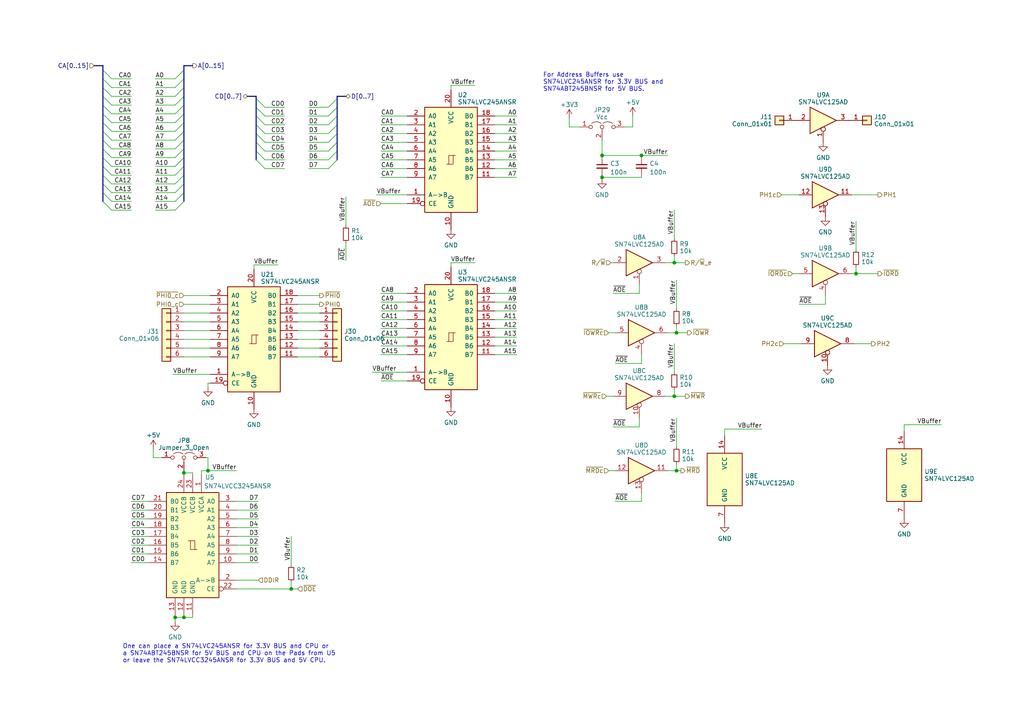
<source format=kicad_sch>
(kicad_sch (version 20230121) (generator eeschema)
  (paper "A4")
  (lib_symbols
    (symbol "74xx:74LS125" (pin_names (offset 1.016))
      (property "Reference" "U" (at 0 1.27 0))
      (property "Value" "74LS125" (at 0 -1.27 0))
      (symbol "74LS125_1_0"
        (polyline (pts (xy -3.81 3.81) (xy -3.81 -3.81) (xy 3.81 0) (xy -3.81 3.81)) (stroke (width 0.254)) (fill (type background)))
        (pin input inverted (at 0 -6.35 90) (length 4.445) (name "~") (number "1"))
        (pin input line (at -7.62 0 0) (length 3.81) (name "~") (number "2"))
        (pin tri_state line (at 7.62 0 180) (length 3.81) (name "~") (number "3"))
      )
      (symbol "74LS125_2_0"
        (polyline (pts (xy -3.81 3.81) (xy -3.81 -3.81) (xy 3.81 0) (xy -3.81 3.81)) (stroke (width 0.254)) (fill (type background)))
        (pin input inverted (at 0 -6.35 90) (length 4.445) (name "~") (number "4"))
        (pin input line (at -7.62 0 0) (length 3.81) (name "~") (number "5"))
        (pin tri_state line (at 7.62 0 180) (length 3.81) (name "~") (number "6"))
      )
      (symbol "74LS125_3_0"
        (polyline (pts (xy -3.81 3.81) (xy -3.81 -3.81) (xy 3.81 0) (xy -3.81 3.81)) (stroke (width 0.254)) (fill (type background)))
        (pin input inverted (at 0 -6.35 90) (length 4.445) (name "~") (number "10"))
        (pin tri_state line (at 7.62 0 180) (length 3.81) (name "~") (number "8"))
        (pin input line (at -7.62 0 0) (length 3.81) (name "~") (number "9"))
      )
      (symbol "74LS125_4_0"
        (polyline (pts (xy -3.81 3.81) (xy -3.81 -3.81) (xy 3.81 0) (xy -3.81 3.81)) (stroke (width 0.254)) (fill (type background)))
        (pin tri_state line (at 7.62 0 180) (length 3.81) (name "~") (number "11"))
        (pin input line (at -7.62 0 0) (length 3.81) (name "~") (number "12"))
        (pin input inverted (at 0 -6.35 90) (length 4.445) (name "~") (number "13"))
      )
      (symbol "74LS125_5_0"
        (pin power_in line (at 0 12.7 270) (length 5.08) (name "VCC") (number "14"))
        (pin power_in line (at 0 -12.7 90) (length 5.08) (name "GND") (number "7"))
      )
      (symbol "74LS125_5_1"
        (rectangle (start -5.08 7.62) (end 5.08 -7.62) (stroke (width 0.254)) (fill (type background)))
      )
    )
    (symbol "74xx:74LS245" (pin_names (offset 1.016))
      (property "Reference" "U" (at -7.62 16.51 0))
      (property "Value" "74LS245" (at -7.62 -16.51 0))
      (symbol "74LS245_1_0"
        (polyline (pts (xy -0.635 -1.27) (xy -0.635 1.27) (xy 0.635 1.27)))
        (polyline (pts (xy -1.27 -1.27) (xy 0.635 -1.27) (xy 0.635 1.27) (xy 1.27 1.27)))
        (pin input line (at -12.7 -10.16 0) (length 5.08) (name "A->B") (number "1"))
        (pin power_in line (at 0 -20.32 90) (length 5.08) (name "GND") (number "10"))
        (pin tri_state line (at 12.7 -5.08 180) (length 5.08) (name "B7") (number "11"))
        (pin tri_state line (at 12.7 -2.54 180) (length 5.08) (name "B6") (number "12"))
        (pin tri_state line (at 12.7 0 180) (length 5.08) (name "B5") (number "13"))
        (pin tri_state line (at 12.7 2.54 180) (length 5.08) (name "B4") (number "14"))
        (pin tri_state line (at 12.7 5.08 180) (length 5.08) (name "B3") (number "15"))
        (pin tri_state line (at 12.7 7.62 180) (length 5.08) (name "B2") (number "16"))
        (pin tri_state line (at 12.7 10.16 180) (length 5.08) (name "B1") (number "17"))
        (pin tri_state line (at 12.7 12.7 180) (length 5.08) (name "B0") (number "18"))
        (pin input inverted (at -12.7 -12.7 0) (length 5.08) (name "CE") (number "19"))
        (pin tri_state line (at -12.7 12.7 0) (length 5.08) (name "A0") (number "2"))
        (pin power_in line (at 0 20.32 270) (length 5.08) (name "VCC") (number "20"))
        (pin tri_state line (at -12.7 10.16 0) (length 5.08) (name "A1") (number "3"))
        (pin tri_state line (at -12.7 7.62 0) (length 5.08) (name "A2") (number "4"))
        (pin tri_state line (at -12.7 5.08 0) (length 5.08) (name "A3") (number "5"))
        (pin tri_state line (at -12.7 2.54 0) (length 5.08) (name "A4") (number "6"))
        (pin tri_state line (at -12.7 0 0) (length 5.08) (name "A5") (number "7"))
        (pin tri_state line (at -12.7 -2.54 0) (length 5.08) (name "A6") (number "8"))
        (pin tri_state line (at -12.7 -5.08 0) (length 5.08) (name "A7") (number "9"))
      )
      (symbol "74LS245_1_1"
        (rectangle (start -7.62 15.24) (end 7.62 -15.24) (stroke (width 0.254)) (fill (type background)))
      )
    )
    (symbol "Connector_Generic:Conn_01x01" (pin_names (offset 1.016) hide)
      (property "Reference" "J" (at 0 2.54 0))
      (property "Value" "Conn_01x01" (at 0 -2.54 0))
      (symbol "Conn_01x01_1_1"
        (rectangle (start -1.27 0.127) (end 0 -0.127) (stroke (width 0.1524)))
        (rectangle (start -1.27 1.27) (end 1.27 -1.27) (stroke (width 0.254)) (fill (type background)))
        (pin passive line (at -5.08 0 0) (length 3.81) (name "Pin_1") (number "1"))
      )
    )
    (symbol "Connector_Generic:Conn_01x06" (pin_names (offset 1.016) hide)
      (property "Reference" "J" (at 0 7.62 0))
      (property "Value" "Conn_01x06" (at 0 -10.16 0))
      (symbol "Conn_01x06_1_1"
        (rectangle (start -1.27 -7.493) (end 0 -7.747) (stroke (width 0.1524)))
        (rectangle (start -1.27 -4.953) (end 0 -5.207) (stroke (width 0.1524)))
        (rectangle (start -1.27 -2.413) (end 0 -2.667) (stroke (width 0.1524)))
        (rectangle (start -1.27 0.127) (end 0 -0.127) (stroke (width 0.1524)))
        (rectangle (start -1.27 2.667) (end 0 2.413) (stroke (width 0.1524)))
        (rectangle (start -1.27 5.207) (end 0 4.953) (stroke (width 0.1524)))
        (rectangle (start -1.27 6.35) (end 1.27 -8.89) (stroke (width 0.254)) (fill (type background)))
        (pin passive line (at -5.08 5.08 0) (length 3.81) (name "Pin_1") (number "1"))
        (pin passive line (at -5.08 2.54 0) (length 3.81) (name "Pin_2") (number "2"))
        (pin passive line (at -5.08 0 0) (length 3.81) (name "Pin_3") (number "3"))
        (pin passive line (at -5.08 -2.54 0) (length 3.81) (name "Pin_4") (number "4"))
        (pin passive line (at -5.08 -5.08 0) (length 3.81) (name "Pin_5") (number "5"))
        (pin passive line (at -5.08 -7.62 0) (length 3.81) (name "Pin_6") (number "6"))
      )
    )
    (symbol "Device:C_Small" (pin_numbers hide) (pin_names (offset 0.254) hide)
      (property "Reference" "C" (at 0.254 1.778 0))
      (property "Value" "C_Small" (at 0.254 -2.032 0))
      (symbol "C_Small_0_1"
        (polyline (pts (xy -1.524 -0.508) (xy 1.524 -0.508)) (stroke (width 0.3302)))
        (polyline (pts (xy -1.524 0.508) (xy 1.524 0.508)) (stroke (width 0.3048)))
      )
      (symbol "C_Small_1_1"
        (pin passive line (at 0 2.54 270) (length 2.032) (name "~") (number "1"))
        (pin passive line (at 0 -2.54 90) (length 2.032) (name "~") (number "2"))
      )
    )
    (symbol "Device:R_Small" (pin_numbers hide) (pin_names (offset 0.254) hide)
      (property "Reference" "R" (at 0.762 0.508 0))
      (property "Value" "R_Small" (at 0.762 -1.016 0))
      (symbol "R_Small_0_1"
        (rectangle (start -0.762 1.778) (end 0.762 -1.778) (stroke (width 0.2032)))
      )
      (symbol "R_Small_1_1"
        (pin passive line (at 0 2.54 270) (length 0.762) (name "~") (number "1"))
        (pin passive line (at 0 -2.54 90) (length 0.762) (name "~") (number "2"))
      )
    )
    (symbol "Jumper:Jumper_3_Open" (pin_names (offset 0) hide)
      (property "Reference" "JP" (at -2.54 -2.54 0))
      (property "Value" "Jumper_3_Open" (at 0 2.794 0))
      (symbol "Jumper_3_Open_0_0"
        (circle (center -3.302 0) (radius 0.508))
        (circle (center 0 0) (radius 0.508))
        (circle (center 3.302 0) (radius 0.508))
      )
      (symbol "Jumper_3_Open_0_1"
        (arc (start -0.254 1.016) (mid -1.651 1.4992) (end -3.048 1.016))
        (polyline (pts (xy 0 -0.508) (xy 0 -1.27)))
        (arc (start 3.048 1.016) (mid 1.651 1.4992) (end 0.254 1.016))
      )
      (symbol "Jumper_3_Open_1_1"
        (pin passive line (at -6.35 0 0) (length 2.54) (name "A") (number "1"))
        (pin passive line (at 0 -3.81 90) (length 2.54) (name "C") (number "2"))
        (pin passive line (at 6.35 0 180) (length 2.54) (name "B") (number "3"))
      )
    )
    (symbol "my_ics_new:74LVC4245" (pin_names (offset 1.016))
      (property "Reference" "U" (at -7.62 19.05 0))
      (property "Value" "74LVC4245" (at -10.16 16.51 0))
      (symbol "74LVC4245_1_0"
        (polyline (pts (xy -0.635 -1.27) (xy -0.635 1.27) (xy 0.635 1.27)))
        (polyline (pts (xy -1.27 -1.27) (xy 0.635 -1.27) (xy 0.635 1.27) (xy 1.27 1.27)))
        (pin power_in line (at -2.54 20.32 270) (length 5.08) (name "VCCA") (number "1"))
        (pin tri_state line (at -12.7 -5.08 0) (length 5.08) (name "A7") (number "10"))
        (pin power_in line (at 0 -20.32 90) (length 5.08) (name "GND") (number "11"))
        (pin power_in line (at 2.54 -20.32 90) (length 5.08) (name "GND") (number "12"))
        (pin power_in line (at 5.08 -20.32 90) (length 5.08) (name "GND") (number "13"))
        (pin tri_state line (at 12.7 -5.08 180) (length 5.08) (name "B7") (number "14"))
        (pin tri_state line (at 12.7 -2.54 180) (length 5.08) (name "B6") (number "15"))
        (pin tri_state line (at 12.7 0 180) (length 5.08) (name "B5") (number "16"))
        (pin tri_state line (at 12.7 2.54 180) (length 5.08) (name "B4") (number "17"))
        (pin tri_state line (at 12.7 5.08 180) (length 5.08) (name "B3") (number "18"))
        (pin tri_state line (at 12.7 7.62 180) (length 5.08) (name "B2") (number "19"))
        (pin input line (at -12.7 -10.16 0) (length 5.08) (name "A->B") (number "2"))
        (pin tri_state line (at 12.7 10.16 180) (length 5.08) (name "B1") (number "20"))
        (pin tri_state line (at 12.7 12.7 180) (length 5.08) (name "B0") (number "21"))
        (pin input inverted (at -12.7 -12.7 0) (length 5.08) (name "CE") (number "22"))
        (pin power_in line (at 0 20.32 270) (length 5.08) (name "VCCB") (number "23"))
        (pin power_in line (at 2.54 20.32 270) (length 5.08) (name "VCCB") (number "24"))
        (pin tri_state line (at -12.7 12.7 0) (length 5.08) (name "A0") (number "3"))
        (pin tri_state line (at -12.7 10.16 0) (length 5.08) (name "A1") (number "4"))
        (pin tri_state line (at -12.7 7.62 0) (length 5.08) (name "A2") (number "5"))
        (pin tri_state line (at -12.7 5.08 0) (length 5.08) (name "A3") (number "6"))
        (pin tri_state line (at -12.7 2.54 0) (length 5.08) (name "A4") (number "7"))
        (pin tri_state line (at -12.7 0 0) (length 5.08) (name "A5") (number "8"))
        (pin tri_state line (at -12.7 -2.54 0) (length 5.08) (name "A6") (number "9"))
      )
      (symbol "74LVC4245_1_1"
        (rectangle (start -7.62 15.24) (end 7.62 -15.24) (stroke (width 0.254)) (fill (type background)))
      )
    )
    (symbol "power:+3V3" (power) (pin_names (offset 0))
      (property "Value" "+3V3" (at 0 3.556 0))
      (symbol "+3V3_0_1"
        (polyline (pts (xy -0.762 1.27) (xy 0 2.54)))
        (polyline (pts (xy 0 0) (xy 0 2.54)))
        (polyline (pts (xy 0 2.54) (xy 0.762 1.27)))
      )
      (symbol "+3V3_1_1"
        (pin power_in line (at 0 0 90) (length 0) hide (name "+3V3") (number "1"))
      )
    )
    (symbol "power:+5V" (power) (pin_names (offset 0))
      (property "Value" "+5V" (at 0 3.556 0))
      (symbol "+5V_0_1"
        (polyline (pts (xy -0.762 1.27) (xy 0 2.54)))
        (polyline (pts (xy 0 0) (xy 0 2.54)))
        (polyline (pts (xy 0 2.54) (xy 0.762 1.27)))
      )
      (symbol "+5V_1_1"
        (pin power_in line (at 0 0 90) (length 0) hide (name "+5V") (number "1"))
      )
    )
    (symbol "power:GND" (power) (pin_names (offset 0))
      (property "Value" "GND" (at 0 -3.81 0))
      (symbol "GND_0_1"
        (polyline (pts (xy 0 0) (xy 0 -1.27) (xy 1.27 -1.27) (xy 0 -2.54) (xy -1.27 -1.27) (xy 0 -1.27)))
      )
      (symbol "GND_1_1"
        (pin power_in line (at 0 0 270) (length 0) hide (name "GND") (number "1"))
      )
    )
  )
  (junction (at 53.34 137.16))
  (junction (at 195.58 114.935))
  (junction (at 84.455 170.815))
  (junction (at 248.285 79.375))
  (junction (at 195.58 76.2))
  (junction (at 174.625 51.435))
  (junction (at 196.215 96.52))
  (junction (at 186.055 45.085))
  (junction (at 196.215 136.525))
  (junction (at 53.34 179.07))
  (junction (at 60.325 136.525))
  (junction (at 50.8 179.07))
  (junction (at 174.625 45.085))
  (bus_entry (at 53.34 22.86) (size -2.54 2.54))
  (bus_entry (at 53.34 53.34) (size -2.54 2.54))
  (bus_entry (at 53.34 25.4) (size -2.54 2.54))
  (bus_entry (at 53.34 43.18) (size -2.54 2.54))
  (bus_entry (at 29.845 53.34) (size 2.54 2.54))
  (bus_entry (at 29.845 22.86) (size 2.54 2.54))
  (bus_entry (at 29.845 45.72) (size 2.54 2.54))
  (bus_entry (at 29.845 27.94) (size 2.54 2.54))
  (bus_entry (at 74.295 41.275) (size 2.54 2.54))
  (bus_entry (at 29.845 30.48) (size 2.54 2.54))
  (bus_entry (at 29.845 58.42) (size 2.54 2.54))
  (bus_entry (at 74.295 36.195) (size 2.54 2.54))
  (bus_entry (at 74.295 38.735) (size 2.54 2.54))
  (bus_entry (at 29.845 55.88) (size 2.54 2.54))
  (bus_entry (at 74.295 43.815) (size 2.54 2.54))
  (bus_entry (at 53.34 40.64) (size -2.54 2.54))
  (bus_entry (at 53.34 55.88) (size -2.54 2.54))
  (bus_entry (at 97.79 28.575) (size -2.54 2.54))
  (bus_entry (at 74.295 28.575) (size 2.54 2.54))
  (bus_entry (at 29.845 50.8) (size 2.54 2.54))
  (bus_entry (at 53.34 30.48) (size -2.54 2.54))
  (bus_entry (at 29.845 48.26) (size 2.54 2.54))
  (bus_entry (at 53.34 38.1) (size -2.54 2.54))
  (bus_entry (at 53.34 45.72) (size -2.54 2.54))
  (bus_entry (at 53.34 33.02) (size -2.54 2.54))
  (bus_entry (at 53.34 58.42) (size -2.54 2.54))
  (bus_entry (at 53.34 35.56) (size -2.54 2.54))
  (bus_entry (at 53.34 20.32) (size -2.54 2.54))
  (bus_entry (at 74.295 46.355) (size 2.54 2.54))
  (bus_entry (at 74.295 31.115) (size 2.54 2.54))
  (bus_entry (at 74.295 33.655) (size 2.54 2.54))
  (bus_entry (at 97.79 31.115) (size -2.54 2.54))
  (bus_entry (at 53.34 50.8) (size -2.54 2.54))
  (bus_entry (at 29.845 38.1) (size 2.54 2.54))
  (bus_entry (at 29.845 43.18) (size 2.54 2.54))
  (bus_entry (at 29.845 25.4) (size 2.54 2.54))
  (bus_entry (at 53.34 27.94) (size -2.54 2.54))
  (bus_entry (at 97.79 36.195) (size -2.54 2.54))
  (bus_entry (at 53.34 48.26) (size -2.54 2.54))
  (bus_entry (at 97.79 43.815) (size -2.54 2.54))
  (bus_entry (at 29.845 35.56) (size 2.54 2.54))
  (bus_entry (at 97.79 46.355) (size -2.54 2.54))
  (bus_entry (at 29.845 20.32) (size 2.54 2.54))
  (bus_entry (at 97.79 41.275) (size -2.54 2.54))
  (bus_entry (at 29.845 40.64) (size 2.54 2.54))
  (bus_entry (at 97.79 33.655) (size -2.54 2.54))
  (bus_entry (at 29.845 33.02) (size 2.54 2.54))
  (bus_entry (at 97.79 38.735) (size -2.54 2.54))
  (wire (pts (xy 89.535 36.195) (xy 95.25 36.195)))
  (wire (pts (xy 248.285 64.135) (xy 248.285 72.39)))
  (wire (pts (xy 143.51 95.25) (xy 149.86 95.25)))
  (wire (pts (xy 110.49 41.275) (xy 118.11 41.275)))
  (bus (pts (xy 29.845 50.8) (xy 29.845 48.26)))
  (bus (pts (xy 97.79 43.815) (xy 97.79 41.275)))
  (wire (pts (xy 74.93 147.955) (xy 68.58 147.955)))
  (bus (pts (xy 29.845 48.26) (xy 29.845 45.72)))
  (wire (pts (xy 226.695 56.515) (xy 231.775 56.515)))
  (wire (pts (xy 110.49 90.17) (xy 118.11 90.17)))
  (wire (pts (xy 239.395 88.265) (xy 239.395 85.725)))
  (wire (pts (xy 86.36 95.885) (xy 92.71 95.885)))
  (bus (pts (xy 97.79 41.275) (xy 97.79 38.735)))
  (wire (pts (xy 89.535 48.895) (xy 95.25 48.895)))
  (wire (pts (xy 89.535 31.115) (xy 95.25 31.115)))
  (wire (pts (xy 50.165 108.585) (xy 60.96 108.585)))
  (wire (pts (xy 60.325 136.525) (xy 58.42 136.525)))
  (bus (pts (xy 53.34 33.02) (xy 53.34 30.48)))
  (wire (pts (xy 45.085 30.48) (xy 50.8 30.48)))
  (wire (pts (xy 254.635 56.515) (xy 247.015 56.515)))
  (bus (pts (xy 53.34 38.1) (xy 53.34 35.56)))
  (wire (pts (xy 89.535 38.735) (xy 95.25 38.735)))
  (wire (pts (xy 143.51 43.815) (xy 149.86 43.815)))
  (bus (pts (xy 29.845 38.1) (xy 29.845 35.56)))
  (wire (pts (xy 110.49 48.895) (xy 118.11 48.895)))
  (wire (pts (xy 195.58 113.03) (xy 195.58 114.935)))
  (wire (pts (xy 38.1 38.1) (xy 32.385 38.1)))
  (bus (pts (xy 53.34 30.48) (xy 53.34 27.94)))
  (wire (pts (xy 68.58 136.525) (xy 60.325 136.525)))
  (wire (pts (xy 89.535 33.655) (xy 95.25 33.655)))
  (wire (pts (xy 110.49 43.815) (xy 118.11 43.815)))
  (wire (pts (xy 100.33 57.15) (xy 100.33 65.405)))
  (wire (pts (xy 45.085 27.94) (xy 50.8 27.94)))
  (wire (pts (xy 185.42 85.09) (xy 185.42 82.55)))
  (wire (pts (xy 178.435 145.415) (xy 186.055 145.415)))
  (wire (pts (xy 110.49 110.49) (xy 118.11 110.49)))
  (wire (pts (xy 43.18 153.035) (xy 38.1 153.035)))
  (wire (pts (xy 82.55 41.275) (xy 76.835 41.275)))
  (wire (pts (xy 38.1 50.8) (xy 32.385 50.8)))
  (wire (pts (xy 195.58 74.295) (xy 195.58 76.2)))
  (bus (pts (xy 53.34 45.72) (xy 53.34 43.18)))
  (wire (pts (xy 86.36 90.805) (xy 92.71 90.805)))
  (wire (pts (xy 43.18 147.955) (xy 38.1 147.955)))
  (wire (pts (xy 143.51 48.895) (xy 149.86 48.895)))
  (wire (pts (xy 53.34 179.07) (xy 55.88 179.07)))
  (bus (pts (xy 74.295 38.735) (xy 74.295 36.195)))
  (wire (pts (xy 82.55 48.895) (xy 76.835 48.895)))
  (wire (pts (xy 53.34 93.345) (xy 60.96 93.345)))
  (wire (pts (xy 186.055 45.085) (xy 193.675 45.085)))
  (wire (pts (xy 53.34 85.725) (xy 60.96 85.725)))
  (wire (pts (xy 38.1 30.48) (xy 32.385 30.48)))
  (wire (pts (xy 38.1 55.88) (xy 32.385 55.88)))
  (wire (pts (xy 82.55 38.735) (xy 76.835 38.735)))
  (wire (pts (xy 60.325 132.715) (xy 60.325 136.525)))
  (wire (pts (xy 174.625 52.07) (xy 174.625 51.435)))
  (wire (pts (xy 43.18 145.415) (xy 38.1 145.415)))
  (wire (pts (xy 45.085 53.34) (xy 50.8 53.34)))
  (bus (pts (xy 53.34 22.86) (xy 53.34 20.32)))
  (wire (pts (xy 86.36 170.815) (xy 84.455 170.815)))
  (bus (pts (xy 53.34 25.4) (xy 53.34 22.86)))
  (wire (pts (xy 73.66 76.835) (xy 80.645 76.835)))
  (wire (pts (xy 110.49 33.655) (xy 118.11 33.655)))
  (bus (pts (xy 53.34 27.94) (xy 53.34 25.4)))
  (wire (pts (xy 168.275 36.83) (xy 165.1 36.83)))
  (wire (pts (xy 86.36 98.425) (xy 92.71 98.425)))
  (wire (pts (xy 45.085 60.96) (xy 50.8 60.96)))
  (wire (pts (xy 74.93 155.575) (xy 68.58 155.575)))
  (bus (pts (xy 29.845 35.56) (xy 29.845 33.02)))
  (wire (pts (xy 38.1 35.56) (xy 32.385 35.56)))
  (wire (pts (xy 45.085 25.4) (xy 50.8 25.4)))
  (bus (pts (xy 29.845 19.05) (xy 27.305 19.05)))
  (bus (pts (xy 53.34 20.32) (xy 53.34 19.05)))
  (wire (pts (xy 89.535 46.355) (xy 95.25 46.355)))
  (bus (pts (xy 74.295 27.94) (xy 71.755 27.94)))
  (wire (pts (xy 109.22 56.515) (xy 118.11 56.515)))
  (wire (pts (xy 247.65 99.695) (xy 252.73 99.695)))
  (bus (pts (xy 97.79 27.94) (xy 100.33 27.94)))
  (wire (pts (xy 110.49 51.435) (xy 118.11 51.435)))
  (bus (pts (xy 97.79 36.195) (xy 97.79 33.655)))
  (bus (pts (xy 29.845 30.48) (xy 29.845 27.94)))
  (wire (pts (xy 177.8 123.825) (xy 185.42 123.825)))
  (wire (pts (xy 110.49 100.33) (xy 118.11 100.33)))
  (wire (pts (xy 45.085 22.86) (xy 50.8 22.86)))
  (bus (pts (xy 29.845 40.64) (xy 29.845 38.1)))
  (wire (pts (xy 143.51 87.63) (xy 149.86 87.63)))
  (wire (pts (xy 110.49 36.195) (xy 118.11 36.195)))
  (wire (pts (xy 193.675 136.525) (xy 196.215 136.525)))
  (wire (pts (xy 247.015 79.375) (xy 248.285 79.375)))
  (wire (pts (xy 53.34 100.965) (xy 60.96 100.965)))
  (wire (pts (xy 38.1 60.96) (xy 32.385 60.96)))
  (wire (pts (xy 110.49 92.71) (xy 118.11 92.71)))
  (wire (pts (xy 45.085 35.56) (xy 50.8 35.56)))
  (wire (pts (xy 100.33 70.485) (xy 100.33 75.565)))
  (wire (pts (xy 38.1 33.02) (xy 32.385 33.02)))
  (wire (pts (xy 74.93 163.195) (xy 68.58 163.195)))
  (wire (pts (xy 196.215 94.615) (xy 196.215 96.52)))
  (wire (pts (xy 43.18 158.115) (xy 38.1 158.115)))
  (bus (pts (xy 53.34 50.8) (xy 53.34 48.26)))
  (wire (pts (xy 58.42 136.525) (xy 58.42 137.795)))
  (wire (pts (xy 143.51 38.735) (xy 149.86 38.735)))
  (wire (pts (xy 38.1 48.26) (xy 32.385 48.26)))
  (wire (pts (xy 45.085 58.42) (xy 50.8 58.42)))
  (wire (pts (xy 143.51 51.435) (xy 149.86 51.435)))
  (bus (pts (xy 29.845 43.18) (xy 29.845 40.64)))
  (bus (pts (xy 29.845 53.34) (xy 29.845 50.8)))
  (bus (pts (xy 29.845 58.42) (xy 29.845 55.88)))
  (wire (pts (xy 174.625 40.64) (xy 174.625 45.085)))
  (wire (pts (xy 174.625 51.435) (xy 174.625 50.8)))
  (wire (pts (xy 143.51 46.355) (xy 149.86 46.355)))
  (wire (pts (xy 45.085 50.8) (xy 50.8 50.8)))
  (wire (pts (xy 59.69 132.715) (xy 60.325 132.715)))
  (wire (pts (xy 229.87 79.375) (xy 231.775 79.375)))
  (wire (pts (xy 38.1 22.86) (xy 32.385 22.86)))
  (wire (pts (xy 110.49 46.355) (xy 118.11 46.355)))
  (wire (pts (xy 196.215 134.62) (xy 196.215 136.525)))
  (wire (pts (xy 248.285 79.375) (xy 254.635 79.375)))
  (bus (pts (xy 97.79 33.655) (xy 97.79 31.115)))
  (bus (pts (xy 29.845 25.4) (xy 29.845 22.86)))
  (wire (pts (xy 86.36 93.345) (xy 92.71 93.345)))
  (wire (pts (xy 143.51 90.17) (xy 149.86 90.17)))
  (wire (pts (xy 177.165 76.2) (xy 177.8 76.2)))
  (bus (pts (xy 97.79 28.575) (xy 97.79 27.94)))
  (wire (pts (xy 53.34 98.425) (xy 60.96 98.425)))
  (wire (pts (xy 43.18 163.195) (xy 38.1 163.195)))
  (bus (pts (xy 97.79 38.735) (xy 97.79 36.195)))
  (wire (pts (xy 174.625 45.085) (xy 174.625 45.72)))
  (wire (pts (xy 84.455 168.91) (xy 84.455 170.815)))
  (bus (pts (xy 29.845 22.86) (xy 29.845 20.32)))
  (wire (pts (xy 53.34 88.265) (xy 60.96 88.265)))
  (wire (pts (xy 186.055 45.085) (xy 186.055 45.72)))
  (bus (pts (xy 29.845 33.02) (xy 29.845 30.48)))
  (wire (pts (xy 143.51 41.275) (xy 149.86 41.275)))
  (wire (pts (xy 231.775 88.265) (xy 239.395 88.265)))
  (bus (pts (xy 29.845 55.88) (xy 29.845 53.34)))
  (bus (pts (xy 29.845 20.32) (xy 29.845 19.05)))
  (bus (pts (xy 53.34 35.56) (xy 53.34 33.02)))
  (wire (pts (xy 50.8 180.34) (xy 50.8 179.07)))
  (wire (pts (xy 210.185 126.365) (xy 210.185 124.46)))
  (bus (pts (xy 74.295 33.655) (xy 74.295 31.115)))
  (wire (pts (xy 130.81 76.2) (xy 137.795 76.2)))
  (wire (pts (xy 174.625 45.085) (xy 186.055 45.085)))
  (wire (pts (xy 178.435 105.41) (xy 186.055 105.41)))
  (wire (pts (xy 86.36 85.725) (xy 92.71 85.725)))
  (wire (pts (xy 227.33 99.695) (xy 232.41 99.695)))
  (wire (pts (xy 186.055 51.435) (xy 186.055 50.8)))
  (wire (pts (xy 82.55 46.355) (xy 76.835 46.355)))
  (wire (pts (xy 38.1 25.4) (xy 32.385 25.4)))
  (wire (pts (xy 198.755 76.2) (xy 195.58 76.2)))
  (wire (pts (xy 82.55 43.815) (xy 76.835 43.815)))
  (wire (pts (xy 196.215 81.28) (xy 196.215 89.535)))
  (wire (pts (xy 82.55 36.195) (xy 76.835 36.195)))
  (wire (pts (xy 262.255 125.095) (xy 262.255 123.19)))
  (wire (pts (xy 38.1 45.72) (xy 32.385 45.72)))
  (bus (pts (xy 53.34 19.05) (xy 55.88 19.05)))
  (wire (pts (xy 68.58 170.815) (xy 84.455 170.815)))
  (bus (pts (xy 74.295 31.115) (xy 74.295 28.575)))
  (wire (pts (xy 45.085 40.64) (xy 50.8 40.64)))
  (wire (pts (xy 143.51 102.87) (xy 149.86 102.87)))
  (wire (pts (xy 45.085 48.26) (xy 50.8 48.26)))
  (wire (pts (xy 107.95 107.95) (xy 118.11 107.95)))
  (wire (pts (xy 60.325 111.125) (xy 60.96 111.125)))
  (wire (pts (xy 38.1 58.42) (xy 32.385 58.42)))
  (bus (pts (xy 53.34 58.42) (xy 53.34 55.88)))
  (bus (pts (xy 74.295 28.575) (xy 74.295 27.94)))
  (wire (pts (xy 45.085 55.88) (xy 50.8 55.88)))
  (wire (pts (xy 82.55 33.655) (xy 76.835 33.655)))
  (bus (pts (xy 74.295 41.275) (xy 74.295 38.735)))
  (wire (pts (xy 183.515 36.83) (xy 180.975 36.83)))
  (wire (pts (xy 84.455 155.575) (xy 84.455 163.83)))
  (wire (pts (xy 60.325 112.395) (xy 60.325 111.125)))
  (bus (pts (xy 97.79 46.355) (xy 97.79 43.815)))
  (wire (pts (xy 53.34 137.16) (xy 53.34 137.795)))
  (wire (pts (xy 176.53 136.525) (xy 178.435 136.525)))
  (wire (pts (xy 53.34 179.07) (xy 53.34 178.435)))
  (wire (pts (xy 53.34 137.16) (xy 55.88 137.16)))
  (wire (pts (xy 185.42 123.825) (xy 185.42 121.285)))
  (wire (pts (xy 89.535 43.815) (xy 95.25 43.815)))
  (bus (pts (xy 53.34 43.18) (xy 53.34 40.64)))
  (wire (pts (xy 89.535 41.275) (xy 95.25 41.275)))
  (bus (pts (xy 53.34 55.88) (xy 53.34 53.34)))
  (wire (pts (xy 74.93 168.275) (xy 68.58 168.275)))
  (bus (pts (xy 29.845 45.72) (xy 29.845 43.18)))
  (wire (pts (xy 38.1 53.34) (xy 32.385 53.34)))
  (wire (pts (xy 38.1 43.18) (xy 32.385 43.18)))
  (wire (pts (xy 53.34 90.805) (xy 60.96 90.805)))
  (bus (pts (xy 74.295 36.195) (xy 74.295 33.655)))
  (wire (pts (xy 110.49 87.63) (xy 118.11 87.63)))
  (bus (pts (xy 29.845 27.94) (xy 29.845 25.4)))
  (wire (pts (xy 186.055 105.41) (xy 186.055 102.87)))
  (wire (pts (xy 44.45 130.175) (xy 44.45 132.715)))
  (wire (pts (xy 50.8 179.07) (xy 53.34 179.07)))
  (wire (pts (xy 74.93 150.495) (xy 68.58 150.495)))
  (wire (pts (xy 143.51 100.33) (xy 149.86 100.33)))
  (wire (pts (xy 196.215 96.52) (xy 199.39 96.52)))
  (wire (pts (xy 143.51 92.71) (xy 149.86 92.71)))
  (wire (pts (xy 45.085 38.1) (xy 50.8 38.1)))
  (wire (pts (xy 50.8 179.07) (xy 50.8 178.435)))
  (wire (pts (xy 74.93 160.655) (xy 68.58 160.655)))
  (wire (pts (xy 73.66 76.835) (xy 73.66 78.105)))
  (wire (pts (xy 130.81 24.765) (xy 130.81 26.035)))
  (wire (pts (xy 130.81 76.2) (xy 130.81 77.47)))
  (wire (pts (xy 195.58 99.695) (xy 195.58 107.95)))
  (wire (pts (xy 143.51 36.195) (xy 149.86 36.195)))
  (wire (pts (xy 196.215 121.285) (xy 196.215 129.54)))
  (bus (pts (xy 53.34 53.34) (xy 53.34 50.8)))
  (wire (pts (xy 193.04 114.935) (xy 195.58 114.935)))
  (wire (pts (xy 174.625 51.435) (xy 186.055 51.435)))
  (wire (pts (xy 193.675 96.52) (xy 196.215 96.52)))
  (wire (pts (xy 110.49 85.09) (xy 118.11 85.09)))
  (bus (pts (xy 53.34 40.64) (xy 53.34 38.1)))
  (wire (pts (xy 177.8 85.09) (xy 185.42 85.09)))
  (wire (pts (xy 110.49 102.87) (xy 118.11 102.87)))
  (wire (pts (xy 110.49 97.79) (xy 118.11 97.79)))
  (wire (pts (xy 248.285 77.47) (xy 248.285 79.375)))
  (wire (pts (xy 110.49 59.055) (xy 118.11 59.055)))
  (wire (pts (xy 186.055 145.415) (xy 186.055 142.875)))
  (bus (pts (xy 74.295 46.355) (xy 74.295 43.815)))
  (wire (pts (xy 176.53 96.52) (xy 178.435 96.52)))
  (wire (pts (xy 86.36 100.965) (xy 92.71 100.965)))
  (wire (pts (xy 43.18 160.655) (xy 38.1 160.655)))
  (wire (pts (xy 74.93 158.115) (xy 68.58 158.115)))
  (wire (pts (xy 210.185 124.46) (xy 220.98 124.46)))
  (wire (pts (xy 53.34 136.525) (xy 53.34 137.16)))
  (wire (pts (xy 130.81 24.765) (xy 137.795 24.765)))
  (wire (pts (xy 43.18 150.495) (xy 38.1 150.495)))
  (wire (pts (xy 86.36 103.505) (xy 92.71 103.505)))
  (wire (pts (xy 143.51 33.655) (xy 149.86 33.655)))
  (wire (pts (xy 86.36 88.265) (xy 92.71 88.265)))
  (wire (pts (xy 53.34 95.885) (xy 60.96 95.885)))
  (wire (pts (xy 262.255 123.19) (xy 273.05 123.19)))
  (wire (pts (xy 110.49 95.25) (xy 118.11 95.25)))
  (wire (pts (xy 143.51 97.79) (xy 149.86 97.79)))
  (wire (pts (xy 38.1 27.94) (xy 32.385 27.94)))
  (wire (pts (xy 45.085 45.72) (xy 50.8 45.72)))
  (wire (pts (xy 183.515 33.655) (xy 183.515 36.83)))
  (bus (pts (xy 74.295 43.815) (xy 74.295 41.275)))
  (wire (pts (xy 43.18 155.575) (xy 38.1 155.575)))
  (wire (pts (xy 195.58 114.935) (xy 198.755 114.935)))
  (wire (pts (xy 45.085 43.18) (xy 50.8 43.18)))
  (wire (pts (xy 195.58 60.96) (xy 195.58 69.215)))
  (wire (pts (xy 143.51 85.09) (xy 149.86 85.09)))
  (wire (pts (xy 55.88 179.07) (xy 55.88 178.435)))
  (wire (pts (xy 55.88 137.16) (xy 55.88 137.795)))
  (wire (pts (xy 53.34 103.505) (xy 60.96 103.505)))
  (wire (pts (xy 82.55 31.115) (xy 76.835 31.115)))
  (wire (pts (xy 196.215 136.525) (xy 197.485 136.525)))
  (wire (pts (xy 74.93 145.415) (xy 68.58 145.415)))
  (wire (pts (xy 165.1 34.29) (xy 165.1 36.83)))
  (bus (pts (xy 97.79 31.115) (xy 97.79 28.575)))
  (wire (pts (xy 193.04 76.2) (xy 195.58 76.2)))
  (wire (pts (xy 74.93 153.035) (xy 68.58 153.035)))
  (wire (pts (xy 38.1 40.64) (xy 32.385 40.64)))
  (bus (pts (xy 53.34 48.26) (xy 53.34 45.72)))
  (wire (pts (xy 44.45 132.715) (xy 46.99 132.715)))
  (wire (pts (xy 45.085 33.02) (xy 50.8 33.02)))
  (wire (pts (xy 175.895 114.935) (xy 177.8 114.935)))
  (wire (pts (xy 110.49 38.735) (xy 118.11 38.735)))
  (text "One can place a SN74LVC245ANSR for 3.3V BUS and CPU or\na SN74ABT245BNSR for 5V BUS and CPU on the Pads from U5\nor leave the SN74LVCC3245ANSR for 3.3V BUS and 5V CPU.\n" (at 35.56 192.405 0) (effects (font (size 1.27 1.27)) (justify left bottom)))
  (text "For Address Buffers use \nSN74LVC245ANSR for 3.3V BUS and\nSN74ABT245BNSR for 5V BUS." (at 157.48 26.67 0) (effects (font (size 1.27 1.27)) (justify left bottom)))
  (label "CA9" (at 110.49 87.63 0))
  (label "CA8" (at 38.1 43.18 180))
  (label "A5" (at 45.085 35.56 0))
  (label "D7" (at 74.93 145.415 180))
  (label "CD2" (at 82.55 36.195 180))
  (label "~{AOE}" (at 231.775 88.265 0))
  (label "VBuffer" (at 137.795 76.2 180))
  (label "D2" (at 89.535 36.195 0))
  (label "A14" (at 45.085 58.42 0))
  (label "A11" (at 45.085 50.8 0))
  (label "CD3" (at 82.55 38.735 180))
  (label "CD2" (at 38.1 158.115 0))
  (label "CD6" (at 82.55 46.355 180))
  (label "D5" (at 74.93 150.495 180))
  (label "A14" (at 149.86 100.33 180))
  (label "A2" (at 45.085 27.94 0))
  (label "A7" (at 45.085 40.64 0))
  (label "A15" (at 45.085 60.96 0))
  (label "CA5" (at 110.49 46.355 0))
  (label "D3" (at 89.535 38.735 0))
  (label "CA3" (at 110.49 41.275 0))
  (label "A13" (at 149.86 97.79 180))
  (label "D5" (at 89.535 43.815 0))
  (label "VBuffer" (at 109.22 56.515 0))
  (label "D6" (at 74.93 147.955 180))
  (label "D4" (at 74.93 153.035 180))
  (label "A1" (at 45.085 25.4 0))
  (label "CD6" (at 38.1 147.955 0))
  (label "A8" (at 45.085 43.18 0))
  (label "A8" (at 149.86 85.09 180))
  (label "~{AOE}" (at 178.435 145.415 0))
  (label "CA2" (at 38.1 27.94 180))
  (label "~{AOE}" (at 177.8 85.09 0))
  (label "CD0" (at 82.55 31.115 180))
  (label "~{AOE}" (at 178.435 105.41 0))
  (label "VBuffer" (at 80.645 76.835 180))
  (label "CA1" (at 38.1 25.4 180))
  (label "A9" (at 149.86 87.63 180))
  (label "A5" (at 149.86 46.355 180))
  (label "D1" (at 74.93 160.655 180))
  (label "CA8" (at 110.49 85.09 0))
  (label "~{AOE}" (at 177.8 123.825 0))
  (label "D1" (at 89.535 33.655 0))
  (label "CA1" (at 110.49 36.195 0))
  (label "VBuffer" (at 195.58 60.96 270))
  (label "VBuffer" (at 248.285 64.135 270))
  (label "CD5" (at 38.1 150.495 0))
  (label "D3" (at 74.93 155.575 180))
  (label "CD7" (at 82.55 48.895 180))
  (label "A4" (at 45.085 33.02 0))
  (label "D0" (at 89.535 31.115 0))
  (label "D6" (at 89.535 46.355 0))
  (label "CA6" (at 110.49 48.895 0))
  (label "CA7" (at 110.49 51.435 0))
  (label "A7" (at 149.86 51.435 180))
  (label "CA14" (at 38.1 58.42 180))
  (label "CD4" (at 82.55 41.275 180))
  (label "A6" (at 149.86 48.895 180))
  (label "A6" (at 45.085 38.1 0))
  (label "CA10" (at 110.49 90.17 0))
  (label "CA5" (at 38.1 35.56 180))
  (label "CA9" (at 38.1 45.72 180))
  (label "A9" (at 45.085 45.72 0))
  (label "CD1" (at 82.55 33.655 180))
  (label "CA10" (at 38.1 48.26 180))
  (label "A1" (at 149.86 36.195 180))
  (label "VBuffer" (at 273.05 123.19 180))
  (label "A12" (at 45.085 53.34 0))
  (label "~{AOE}" (at 110.49 110.49 0))
  (label "A10" (at 149.86 90.17 180))
  (label "CD0" (at 38.1 163.195 0))
  (label "CA4" (at 38.1 33.02 180))
  (label "CA12" (at 38.1 53.34 180))
  (label "D7" (at 89.535 48.895 0))
  (label "A12" (at 149.86 95.25 180))
  (label "CD3" (at 38.1 155.575 0))
  (label "VBuffer" (at 107.95 107.95 0))
  (label "A4" (at 149.86 43.815 180))
  (label "CA12" (at 110.49 95.25 0))
  (label "CA11" (at 110.49 92.71 0))
  (label "VBuffer" (at 193.675 45.085 180))
  (label "CA2" (at 110.49 38.735 0))
  (label "A3" (at 45.085 30.48 0))
  (label "A2" (at 149.86 38.735 180))
  (label "VBuffer" (at 220.98 124.46 180))
  (label "CA3" (at 38.1 30.48 180))
  (label "A10" (at 45.085 48.26 0))
  (label "CA6" (at 38.1 38.1 180))
  (label "VBuffer" (at 196.215 81.28 270))
  (label "VBuffer" (at 195.58 99.695 270))
  (label "VBuffer" (at 68.58 136.525 180))
  (label "A15" (at 149.86 102.87 180))
  (label "CA0" (at 38.1 22.86 180))
  (label "VBuffer" (at 50.165 108.585 0))
  (label "D4" (at 89.535 41.275 0))
  (label "CA14" (at 110.49 100.33 0))
  (label "CD7" (at 38.1 145.415 0))
  (label "VBuffer" (at 100.33 57.15 270))
  (label "A3" (at 149.86 41.275 180))
  (label "A13" (at 45.085 55.88 0))
  (label "CD1" (at 38.1 160.655 0))
  (label "A0" (at 45.085 22.86 0))
  (label "CA15" (at 110.49 102.87 0))
  (label "A11" (at 149.86 92.71 180))
  (label "A0" (at 149.86 33.655 180))
  (label "VBuffer" (at 196.215 121.285 270))
  (label "VBuffer" (at 84.455 155.575 270))
  (label "CA4" (at 110.49 43.815 0))
  (label "CD4" (at 38.1 153.035 0))
  (label "VBuffer" (at 137.795 24.765 180))
  (label "CD5" (at 82.55 43.815 180))
  (label "CA13" (at 38.1 55.88 180))
  (label "D0" (at 74.93 163.195 180))
  (label "CA11" (at 38.1 50.8 180))
  (label "CA7" (at 38.1 40.64 180))
  (label "CA0" (at 110.49 33.655 0))
  (label "~{AOE}" (at 100.33 75.565 90))
  (label "CA15" (at 38.1 60.96 180))
  (label "D2" (at 74.93 158.115 180))
  (label "CA13" (at 110.49 97.79 0))
  (hierarchical_label "R{slash}~{W}_e" (shape output) (at 198.755 76.2 0))
  (hierarchical_label "CD[0..7]" (shape bidirectional) (at 71.755 27.94 180))
  (hierarchical_label "DDIR" (shape input) (at 74.93 168.275 0))
  (hierarchical_label "~{MWR}" (shape output) (at 198.755 114.935 0))
  (hierarchical_label "PH2c" (shape input) (at 227.33 99.695 180))
  (hierarchical_label "PH1c" (shape input) (at 226.695 56.515 180))
  (hierarchical_label "D[0..7]" (shape bidirectional) (at 100.33 27.94 0))
  (hierarchical_label "A[0..15]" (shape output) (at 55.88 19.05 0))
  (hierarchical_label "PHI0" (shape output) (at 92.71 88.265 0))
  (hierarchical_label "~{MRD}" (shape output) (at 197.485 136.525 0))
  (hierarchical_label "~{AOE}" (shape input) (at 110.49 59.055 180))
  (hierarchical_label "R{slash}~{W}" (shape input) (at 177.165 76.2 180))
  (hierarchical_label "~{IORDc}" (shape input) (at 229.87 79.375 180))
  (hierarchical_label "~{IOWRc}" (shape input) (at 176.53 96.52 180))
  (hierarchical_label "~{IORD}" (shape output) (at 254.635 79.375 0))
  (hierarchical_label "PH2" (shape output) (at 252.73 99.695 0))
  (hierarchical_label "CA[0..15]" (shape input) (at 27.305 19.05 180))
  (hierarchical_label "~{IOWR}" (shape output) (at 199.39 96.52 0))
  (hierarchical_label "~{MWRc}" (shape input) (at 175.895 114.935 180))
  (hierarchical_label "~{MRDc}" (shape input) (at 176.53 136.525 180))
  (hierarchical_label "~{DOE}" (shape input) (at 86.36 170.815 0))
  (hierarchical_label "PH1" (shape output) (at 254.635 56.515 0))
  (hierarchical_label "PHI0_c" (shape input) (at 53.34 88.265 180))
  (hierarchical_label "~{PHI0_c}" (shape input) (at 53.34 85.725 180))
  (hierarchical_label "~{PHI0}" (shape output) (at 92.71 85.725 0))
  (symbol (lib_id "Connector_Generic:Conn_01x01") (at 251.46 34.925 0) (unit 1)
    (property "Reference" "J10" (at 253.492 33.901 0) (effects (justify left)))
    (property "Value" "Conn_01x01" (at 253.492 35.949 0) (effects (justify left)))
    (property "Footprint" "Connector_PinHeader_1.27mm:PinHeader_1x01_P1.27mm_Vertical" (effects hide))
  )
  (symbol (lib_id "74xx:74LS245") (at 73.66 98.425 0) (unit 1)
    (property "Reference" "U21" (at 75.6159 79.605 0) (effects (justify left)))
    (property "Value" "SN74LVC245ANSR" (at 75.6159 81.653 0) (effects (justify left)))
    (property "Footprint" "Package_SO:SO-20_5.3x12.6mm_P1.27mm" (effects hide))
    (property "Datasheet" "http://www.ti.com/lit/gpn/sn74LS245" (effects hide))
  )
  (symbol (lib_id "74xx:74LS125") (at 239.395 56.515 0) (unit 4)
    (property "Reference" "U9" (at 239.395 49.125 0))
    (property "Value" "SN74LVC125AD" (at 239.395 51.173 0))
    (property "Footprint" "Package_SO:SOIC-14_3.9x8.7mm_P1.27mm" (effects hide))
    (property "Datasheet" "http://www.ti.com/lit/gpn/sn74LS125" (effects hide))
  )
  (symbol (lib_id "Connector_Generic:Conn_01x06") (at 97.79 95.885 0) (unit 1)
    (property "Reference" "J30" (at 99.822 96.131 0) (effects (justify left)))
    (property "Value" "Conn_01x06" (at 99.822 98.179 0) (effects (justify left)))
    (property "Footprint" "Connector_PinHeader_1.27mm:PinHeader_1x06_P1.27mm_Vertical" (effects hide))
  )
  (symbol (lib_id "power:GND") (at 50.8 180.34 0) (mirror y) (unit 1)
    (property "Reference" "#PWR038" (effects hide))
    (property "Value" "GND" (at 50.8 184.7834 0))
  )
  (symbol (lib_id "74xx:74LS125") (at 262.255 137.795 0) (unit 5)
    (property "Reference" "U9" (at 268.097 136.771 0) (effects (justify left)))
    (property "Value" "SN74LVC125AD" (at 268.097 138.819 0) (effects (justify left)))
    (property "Footprint" "Package_SO:SOIC-14_3.9x8.7mm_P1.27mm" (effects hide))
    (property "Datasheet" "http://www.ti.com/lit/gpn/sn74LS125" (effects hide))
  )
  (symbol (lib_id "Device:R_Small") (at 100.33 67.945 0) (unit 1)
    (property "Reference" "R1" (at 101.8286 66.921 0) (effects (justify left)))
    (property "Value" "10k" (at 101.8286 68.969 0) (effects (justify left)))
    (property "Footprint" "Resistor_SMD:R_1206_3216Metric_Pad1.30x1.75mm_HandSolder" (effects hide))
  )
  (symbol (lib_id "Device:R_Small") (at 195.58 71.755 0) (unit 1)
    (property "Reference" "R9" (at 197.0786 70.731 0) (effects (justify left)))
    (property "Value" "10k" (at 197.0786 72.779 0) (effects (justify left)))
    (property "Footprint" "Resistor_SMD:R_1206_3216Metric_Pad1.30x1.75mm_HandSolder" (effects hide))
  )
  (symbol (lib_id "Device:R_Small") (at 84.455 166.37 0) (unit 1)
    (property "Reference" "R2" (at 85.9536 165.346 0) (effects (justify left)))
    (property "Value" "10k" (at 85.9536 167.394 0) (effects (justify left)))
    (property "Footprint" "Resistor_SMD:R_1206_3216Metric_Pad1.30x1.75mm_HandSolder" (effects hide))
  )
  (symbol (lib_id "Device:R_Small") (at 196.215 132.08 0) (unit 1)
    (property "Reference" "R11" (at 197.7136 131.056 0) (effects (justify left)))
    (property "Value" "10k" (at 197.7136 133.104 0) (effects (justify left)))
    (property "Footprint" "Resistor_SMD:R_1206_3216Metric_Pad1.30x1.75mm_HandSolder" (effects hide))
  )
  (symbol (lib_id "my_ics_new:74LVC4245") (at 55.88 158.115 0) (mirror y) (unit 1)
    (property "Reference" "U5" (at 62.23 138.43 0) (effects (justify left)))
    (property "Value" "SN74LVCC3245ANSR" (at 78.74 140.97 0) (effects (justify left)))
    (property "Footprint" "Package_SO:SO-24_5.3x15mm_P1.27mm" (effects hide))
    (property "Datasheet" "https://www.ti.com/lit/ds/symlink/sn74lvc4245a.pdf" (effects hide))
  )
  (symbol (lib_id "power:GND") (at 210.185 151.765 0) (mirror y) (unit 1)
    (property "Reference" "#PWR014" (effects hide))
    (property "Value" "GND" (at 210.185 156.2084 0))
  )
  (symbol (lib_id "power:GND") (at 239.395 62.865 0) (mirror y) (unit 1)
    (property "Reference" "#PWR09" (effects hide))
    (property "Value" "GND" (at 239.395 67.3084 0))
  )
  (symbol (lib_id "power:GND") (at 73.66 118.745 0) (unit 1)
    (property "Reference" "#PWR050" (effects hide))
    (property "Value" "GND" (at 73.66 123.1884 0))
  )
  (symbol (lib_id "Jumper:Jumper_3_Open") (at 53.34 132.715 0) (unit 1)
    (property "Reference" "JP8" (at 53.34 127.7628 0))
    (property "Value" "Jumper_3_Open" (at 53.34 129.8108 0))
    (property "Footprint" "Jumper:SolderJumper-3_P1.3mm_Open_Pad1.0x1.5mm_NumberLabels" (effects hide))
  )
  (symbol (lib_id "74xx:74LS125") (at 186.055 136.525 0) (unit 4)
    (property "Reference" "U8" (at 186.055 129.135 0))
    (property "Value" "SN74LVC125AD" (at 186.055 131.183 0))
    (property "Footprint" "Package_SO:SOIC-14_3.9x8.7mm_P1.27mm" (effects hide))
    (property "Datasheet" "http://www.ti.com/lit/gpn/sn74LS125" (effects hide))
  )
  (symbol (lib_id "74xx:74LS125") (at 210.185 139.065 0) (unit 5)
    (property "Reference" "U8" (at 216.027 138.041 0) (effects (justify left)))
    (property "Value" "SN74LVC125AD" (at 216.027 140.089 0) (effects (justify left)))
    (property "Footprint" "Package_SO:SOIC-14_3.9x8.7mm_P1.27mm" (effects hide))
    (property "Datasheet" "http://www.ti.com/lit/gpn/sn74LS125" (effects hide))
  )
  (symbol (lib_id "Device:R_Small") (at 196.215 92.075 0) (unit 1)
    (property "Reference" "R8" (at 197.7136 91.051 0) (effects (justify left)))
    (property "Value" "10k" (at 197.7136 93.099 0) (effects (justify left)))
    (property "Footprint" "Resistor_SMD:R_1206_3216Metric_Pad1.30x1.75mm_HandSolder" (effects hide))
  )
  (symbol (lib_id "Device:R_Small") (at 248.285 74.93 0) (unit 1)
    (property "Reference" "R12" (at 249.7836 73.906 0) (effects (justify left)))
    (property "Value" "10k" (at 249.7836 75.954 0) (effects (justify left)))
    (property "Footprint" "Resistor_SMD:R_1206_3216Metric_Pad1.30x1.75mm_HandSolder" (effects hide))
  )
  (symbol (lib_id "power:GND") (at 262.255 150.495 0) (mirror y) (unit 1)
    (property "Reference" "#PWR013" (effects hide))
    (property "Value" "GND" (at 262.255 154.9384 0))
  )
  (symbol (lib_id "Connector_Generic:Conn_01x01") (at 226.06 34.925 0) (mirror y) (unit 1)
    (property "Reference" "J11" (at 224.028 33.901 0) (effects (justify left)))
    (property "Value" "Conn_01x01" (at 224.028 35.949 0) (effects (justify left)))
    (property "Footprint" "Connector_PinHeader_1.27mm:PinHeader_1x01_P1.27mm_Vertical" (effects hide))
  )
  (symbol (lib_id "Jumper:Jumper_3_Open") (at 174.625 36.83 0) (unit 1)
    (property "Reference" "JP29" (at 174.625 31.8778 0))
    (property "Value" "Vcc" (at 174.625 33.9258 0))
    (property "Footprint" "Jumper:SolderJumper-3_P1.3mm_Open_RoundedPad1.0x1.5mm_NumberLabels" (effects hide))
  )
  (symbol (lib_id "power:GND") (at 130.81 118.11 0) (unit 1)
    (property "Reference" "#PWR015" (effects hide))
    (property "Value" "GND" (at 130.81 122.5534 0))
  )
  (symbol (lib_id "power:+3V3") (at 165.1 34.29 0) (unit 1)
    (property "Reference" "#PWR041" (effects hide))
    (property "Value" "+3V3" (at 165.1 30.345 0))
  )
  (symbol (lib_id "74xx:74LS125") (at 185.42 76.2 0) (unit 1)
    (property "Reference" "U8" (at 185.42 68.81 0))
    (property "Value" "SN74LVC125AD" (at 185.42 70.858 0))
    (property "Footprint" "Package_SO:SOIC-14_3.9x8.7mm_P1.27mm" (effects hide))
    (property "Datasheet" "http://www.ti.com/lit/gpn/sn74LS125" (effects hide))
  )
  (symbol (lib_id "power:GND") (at 60.325 112.395 0) (unit 1)
    (property "Reference" "#PWR049" (effects hide))
    (property "Value" "GND" (at 60.325 116.8384 0))
  )
  (symbol (lib_id "power:+5V") (at 183.515 33.655 0) (unit 1)
    (property "Reference" "#PWR042" (effects hide))
    (property "Value" "+5V" (at 183.515 29.71 0))
  )
  (symbol (lib_id "74xx:74LS125") (at 240.03 99.695 0) (unit 3)
    (property "Reference" "U9" (at 240.03 92.305 0))
    (property "Value" "SN74LVC125AD" (at 240.03 94.353 0))
    (property "Footprint" "Package_SO:SOIC-14_3.9x8.7mm_P1.27mm" (effects hide))
    (property "Datasheet" "http://www.ti.com/lit/gpn/sn74LS125" (effects hide))
  )
  (symbol (lib_id "power:GND") (at 130.81 66.675 0) (unit 1)
    (property "Reference" "#PWR011" (effects hide))
    (property "Value" "GND" (at 130.81 71.1184 0))
  )
  (symbol (lib_id "Device:C_Small") (at 174.625 48.26 0) (unit 1)
    (property "Reference" "C3" (at 176.9491 47.4316 0) (effects (justify left)))
    (property "Value" "100n" (at 176.9491 49.9685 0) (effects (justify left)))
    (property "Footprint" "Capacitor_SMD:C_1206_3216Metric" (effects hide))
  )
  (symbol (lib_id "Device:R_Small") (at 195.58 110.49 0) (unit 1)
    (property "Reference" "R10" (at 197.0786 109.466 0) (effects (justify left)))
    (property "Value" "10k" (at 197.0786 111.514 0) (effects (justify left)))
    (property "Footprint" "Resistor_SMD:R_1206_3216Metric_Pad1.30x1.75mm_HandSolder" (effects hide))
  )
  (symbol (lib_id "power:GND") (at 238.76 41.275 0) (mirror y) (unit 1)
    (property "Reference" "#PWR08" (effects hide))
    (property "Value" "GND" (at 238.76 45.7184 0))
  )
  (symbol (lib_id "74xx:74LS125") (at 238.76 34.925 0) (unit 1)
    (property "Reference" "U9" (at 238.76 27.535 0))
    (property "Value" "SN74LVC125AD" (at 238.76 29.583 0))
    (property "Footprint" "Package_SO:SOIC-14_3.9x8.7mm_P1.27mm" (effects hide))
    (property "Datasheet" "http://www.ti.com/lit/gpn/sn74LS125" (effects hide))
  )
  (symbol (lib_id "74xx:74LS245") (at 130.81 97.79 0) (unit 1)
    (property "Reference" "U3" (at 132.7659 78.97 0) (effects (justify left)))
    (property "Value" "SN74LVC245ANSR" (at 132.7659 81.018 0) (effects (justify left)))
    (property "Footprint" "Package_SO:SO-20_5.3x12.6mm_P1.27mm" (effects hide))
    (property "Datasheet" "http://www.ti.com/lit/gpn/sn74LS245" (effects hide))
  )
  (symbol (lib_id "74xx:74LS245") (at 130.81 46.355 0) (unit 1)
    (property "Reference" "U2" (at 132.7659 27.535 0) (effects (justify left)))
    (property "Value" "SN74LVC245ANSR" (at 132.7659 29.583 0) (effects (justify left)))
    (property "Footprint" "Package_SO:SO-20_5.3x12.6mm_P1.27mm" (effects hide))
    (property "Datasheet" "http://www.ti.com/lit/gpn/sn74LS245" (effects hide))
  )
  (symbol (lib_id "power:GND") (at 240.03 106.045 0) (mirror y) (unit 1)
    (property "Reference" "#PWR012" (effects hide))
    (property "Value" "GND" (at 240.03 110.4884 0))
  )
  (symbol (lib_id "power:+5V") (at 44.45 130.175 0) (unit 1)
    (property "Reference" "#PWR037" (effects hide))
    (property "Value" "+5V" (at 44.45 126.23 0))
  )
  (symbol (lib_id "74xx:74LS125") (at 186.055 96.52 0) (unit 2)
    (property "Reference" "U8" (at 186.055 89.13 0))
    (property "Value" "SN74LVC125AD" (at 186.055 91.178 0))
    (property "Footprint" "Package_SO:SOIC-14_3.9x8.7mm_P1.27mm" (effects hide))
    (property "Datasheet" "http://www.ti.com/lit/gpn/sn74LS125" (effects hide))
  )
  (symbol (lib_id "Connector_Generic:Conn_01x06") (at 48.26 95.885 0) (mirror y) (unit 1)
    (property "Reference" "J31" (at 46.228 96.131 0) (effects (justify left)))
    (property "Value" "Conn_01x06" (at 46.228 98.179 0) (effects (justify left)))
    (property "Footprint" "Connector_PinHeader_1.27mm:PinHeader_1x06_P1.27mm_Vertical" (effects hide))
  )
  (symbol (lib_id "power:GND") (at 174.625 52.07 0) (unit 1)
    (property "Reference" "#PWR047" (effects hide))
    (property "Value" "GND" (at 174.625 56.5134 0))
  )
  (symbol (lib_id "74xx:74LS125") (at 185.42 114.935 0) (unit 3)
    (property "Reference" "U8" (at 185.42 107.545 0))
    (property "Value" "SN74LVC125AD" (at 185.42 109.593 0))
    (property "Footprint" "Package_SO:SOIC-14_3.9x8.7mm_P1.27mm" (effects hide))
    (property "Datasheet" "http://www.ti.com/lit/gpn/sn74LS125" (effects hide))
  )
  (symbol (lib_id "Device:C_Small") (at 186.055 48.26 0) (unit 1)
    (property "Reference" "C4" (at 188.3791 47.4316 0) (effects (justify left)))
    (property "Value" "100n" (at 188.3791 49.9685 0) (effects (justify left)))
    (property "Footprint" "Capacitor_SMD:C_1206_3216Metric" (effects hide))
  )
  (symbol (lib_id "74xx:74LS125") (at 239.395 79.375 0) (unit 2)
    (property "Reference" "U9" (at 239.395 71.985 0))
    (property "Value" "SN74LVC125AD" (at 239.395 74.033 0))
    (property "Footprint" "Package_SO:SOIC-14_3.9x8.7mm_P1.27mm" (effects hide))
    (property "Datasheet" "http://www.ti.com/lit/gpn/sn74LS125" (effects hide))
  )
)
</source>
